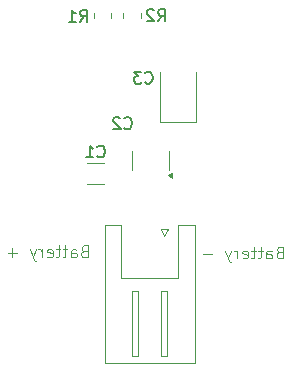
<source format=gbr>
%TF.GenerationSoftware,KiCad,Pcbnew,8.0.5*%
%TF.CreationDate,2024-10-16T14:13:12+03:00*%
%TF.ProjectId,H2Car_BatteryLevelndicator,48324361-725f-4426-9174-746572794c65,rev?*%
%TF.SameCoordinates,Original*%
%TF.FileFunction,Legend,Bot*%
%TF.FilePolarity,Positive*%
%FSLAX46Y46*%
G04 Gerber Fmt 4.6, Leading zero omitted, Abs format (unit mm)*
G04 Created by KiCad (PCBNEW 8.0.5) date 2024-10-16 14:13:12*
%MOMM*%
%LPD*%
G01*
G04 APERTURE LIST*
%ADD10C,0.100000*%
%ADD11C,0.150000*%
%ADD12C,0.120000*%
G04 APERTURE END LIST*
D10*
X82362782Y-91348609D02*
X82219925Y-91396228D01*
X82219925Y-91396228D02*
X82172306Y-91443847D01*
X82172306Y-91443847D02*
X82124687Y-91539085D01*
X82124687Y-91539085D02*
X82124687Y-91681942D01*
X82124687Y-91681942D02*
X82172306Y-91777180D01*
X82172306Y-91777180D02*
X82219925Y-91824800D01*
X82219925Y-91824800D02*
X82315163Y-91872419D01*
X82315163Y-91872419D02*
X82696115Y-91872419D01*
X82696115Y-91872419D02*
X82696115Y-90872419D01*
X82696115Y-90872419D02*
X82362782Y-90872419D01*
X82362782Y-90872419D02*
X82267544Y-90920038D01*
X82267544Y-90920038D02*
X82219925Y-90967657D01*
X82219925Y-90967657D02*
X82172306Y-91062895D01*
X82172306Y-91062895D02*
X82172306Y-91158133D01*
X82172306Y-91158133D02*
X82219925Y-91253371D01*
X82219925Y-91253371D02*
X82267544Y-91300990D01*
X82267544Y-91300990D02*
X82362782Y-91348609D01*
X82362782Y-91348609D02*
X82696115Y-91348609D01*
X81267544Y-91872419D02*
X81267544Y-91348609D01*
X81267544Y-91348609D02*
X81315163Y-91253371D01*
X81315163Y-91253371D02*
X81410401Y-91205752D01*
X81410401Y-91205752D02*
X81600877Y-91205752D01*
X81600877Y-91205752D02*
X81696115Y-91253371D01*
X81267544Y-91824800D02*
X81362782Y-91872419D01*
X81362782Y-91872419D02*
X81600877Y-91872419D01*
X81600877Y-91872419D02*
X81696115Y-91824800D01*
X81696115Y-91824800D02*
X81743734Y-91729561D01*
X81743734Y-91729561D02*
X81743734Y-91634323D01*
X81743734Y-91634323D02*
X81696115Y-91539085D01*
X81696115Y-91539085D02*
X81600877Y-91491466D01*
X81600877Y-91491466D02*
X81362782Y-91491466D01*
X81362782Y-91491466D02*
X81267544Y-91443847D01*
X80934210Y-91205752D02*
X80553258Y-91205752D01*
X80791353Y-90872419D02*
X80791353Y-91729561D01*
X80791353Y-91729561D02*
X80743734Y-91824800D01*
X80743734Y-91824800D02*
X80648496Y-91872419D01*
X80648496Y-91872419D02*
X80553258Y-91872419D01*
X80362781Y-91205752D02*
X79981829Y-91205752D01*
X80219924Y-90872419D02*
X80219924Y-91729561D01*
X80219924Y-91729561D02*
X80172305Y-91824800D01*
X80172305Y-91824800D02*
X80077067Y-91872419D01*
X80077067Y-91872419D02*
X79981829Y-91872419D01*
X79267543Y-91824800D02*
X79362781Y-91872419D01*
X79362781Y-91872419D02*
X79553257Y-91872419D01*
X79553257Y-91872419D02*
X79648495Y-91824800D01*
X79648495Y-91824800D02*
X79696114Y-91729561D01*
X79696114Y-91729561D02*
X79696114Y-91348609D01*
X79696114Y-91348609D02*
X79648495Y-91253371D01*
X79648495Y-91253371D02*
X79553257Y-91205752D01*
X79553257Y-91205752D02*
X79362781Y-91205752D01*
X79362781Y-91205752D02*
X79267543Y-91253371D01*
X79267543Y-91253371D02*
X79219924Y-91348609D01*
X79219924Y-91348609D02*
X79219924Y-91443847D01*
X79219924Y-91443847D02*
X79696114Y-91539085D01*
X78791352Y-91872419D02*
X78791352Y-91205752D01*
X78791352Y-91396228D02*
X78743733Y-91300990D01*
X78743733Y-91300990D02*
X78696114Y-91253371D01*
X78696114Y-91253371D02*
X78600876Y-91205752D01*
X78600876Y-91205752D02*
X78505638Y-91205752D01*
X78267542Y-91205752D02*
X78029447Y-91872419D01*
X77791352Y-91205752D02*
X78029447Y-91872419D01*
X78029447Y-91872419D02*
X78124685Y-92110514D01*
X78124685Y-92110514D02*
X78172304Y-92158133D01*
X78172304Y-92158133D02*
X78267542Y-92205752D01*
X76648494Y-91491466D02*
X75886590Y-91491466D01*
X76267542Y-91872419D02*
X76267542Y-91110514D01*
X98905382Y-91449009D02*
X98762525Y-91496628D01*
X98762525Y-91496628D02*
X98714906Y-91544247D01*
X98714906Y-91544247D02*
X98667287Y-91639485D01*
X98667287Y-91639485D02*
X98667287Y-91782342D01*
X98667287Y-91782342D02*
X98714906Y-91877580D01*
X98714906Y-91877580D02*
X98762525Y-91925200D01*
X98762525Y-91925200D02*
X98857763Y-91972819D01*
X98857763Y-91972819D02*
X99238715Y-91972819D01*
X99238715Y-91972819D02*
X99238715Y-90972819D01*
X99238715Y-90972819D02*
X98905382Y-90972819D01*
X98905382Y-90972819D02*
X98810144Y-91020438D01*
X98810144Y-91020438D02*
X98762525Y-91068057D01*
X98762525Y-91068057D02*
X98714906Y-91163295D01*
X98714906Y-91163295D02*
X98714906Y-91258533D01*
X98714906Y-91258533D02*
X98762525Y-91353771D01*
X98762525Y-91353771D02*
X98810144Y-91401390D01*
X98810144Y-91401390D02*
X98905382Y-91449009D01*
X98905382Y-91449009D02*
X99238715Y-91449009D01*
X97810144Y-91972819D02*
X97810144Y-91449009D01*
X97810144Y-91449009D02*
X97857763Y-91353771D01*
X97857763Y-91353771D02*
X97953001Y-91306152D01*
X97953001Y-91306152D02*
X98143477Y-91306152D01*
X98143477Y-91306152D02*
X98238715Y-91353771D01*
X97810144Y-91925200D02*
X97905382Y-91972819D01*
X97905382Y-91972819D02*
X98143477Y-91972819D01*
X98143477Y-91972819D02*
X98238715Y-91925200D01*
X98238715Y-91925200D02*
X98286334Y-91829961D01*
X98286334Y-91829961D02*
X98286334Y-91734723D01*
X98286334Y-91734723D02*
X98238715Y-91639485D01*
X98238715Y-91639485D02*
X98143477Y-91591866D01*
X98143477Y-91591866D02*
X97905382Y-91591866D01*
X97905382Y-91591866D02*
X97810144Y-91544247D01*
X97476810Y-91306152D02*
X97095858Y-91306152D01*
X97333953Y-90972819D02*
X97333953Y-91829961D01*
X97333953Y-91829961D02*
X97286334Y-91925200D01*
X97286334Y-91925200D02*
X97191096Y-91972819D01*
X97191096Y-91972819D02*
X97095858Y-91972819D01*
X96905381Y-91306152D02*
X96524429Y-91306152D01*
X96762524Y-90972819D02*
X96762524Y-91829961D01*
X96762524Y-91829961D02*
X96714905Y-91925200D01*
X96714905Y-91925200D02*
X96619667Y-91972819D01*
X96619667Y-91972819D02*
X96524429Y-91972819D01*
X95810143Y-91925200D02*
X95905381Y-91972819D01*
X95905381Y-91972819D02*
X96095857Y-91972819D01*
X96095857Y-91972819D02*
X96191095Y-91925200D01*
X96191095Y-91925200D02*
X96238714Y-91829961D01*
X96238714Y-91829961D02*
X96238714Y-91449009D01*
X96238714Y-91449009D02*
X96191095Y-91353771D01*
X96191095Y-91353771D02*
X96095857Y-91306152D01*
X96095857Y-91306152D02*
X95905381Y-91306152D01*
X95905381Y-91306152D02*
X95810143Y-91353771D01*
X95810143Y-91353771D02*
X95762524Y-91449009D01*
X95762524Y-91449009D02*
X95762524Y-91544247D01*
X95762524Y-91544247D02*
X96238714Y-91639485D01*
X95333952Y-91972819D02*
X95333952Y-91306152D01*
X95333952Y-91496628D02*
X95286333Y-91401390D01*
X95286333Y-91401390D02*
X95238714Y-91353771D01*
X95238714Y-91353771D02*
X95143476Y-91306152D01*
X95143476Y-91306152D02*
X95048238Y-91306152D01*
X94810142Y-91306152D02*
X94572047Y-91972819D01*
X94333952Y-91306152D02*
X94572047Y-91972819D01*
X94572047Y-91972819D02*
X94667285Y-92210914D01*
X94667285Y-92210914D02*
X94714904Y-92258533D01*
X94714904Y-92258533D02*
X94810142Y-92306152D01*
X93191094Y-91591866D02*
X92429190Y-91591866D01*
D11*
X83504066Y-83315980D02*
X83551685Y-83363600D01*
X83551685Y-83363600D02*
X83694542Y-83411219D01*
X83694542Y-83411219D02*
X83789780Y-83411219D01*
X83789780Y-83411219D02*
X83932637Y-83363600D01*
X83932637Y-83363600D02*
X84027875Y-83268361D01*
X84027875Y-83268361D02*
X84075494Y-83173123D01*
X84075494Y-83173123D02*
X84123113Y-82982647D01*
X84123113Y-82982647D02*
X84123113Y-82839790D01*
X84123113Y-82839790D02*
X84075494Y-82649314D01*
X84075494Y-82649314D02*
X84027875Y-82554076D01*
X84027875Y-82554076D02*
X83932637Y-82458838D01*
X83932637Y-82458838D02*
X83789780Y-82411219D01*
X83789780Y-82411219D02*
X83694542Y-82411219D01*
X83694542Y-82411219D02*
X83551685Y-82458838D01*
X83551685Y-82458838D02*
X83504066Y-82506457D01*
X82551685Y-83411219D02*
X83123113Y-83411219D01*
X82837399Y-83411219D02*
X82837399Y-82411219D01*
X82837399Y-82411219D02*
X82932637Y-82554076D01*
X82932637Y-82554076D02*
X83027875Y-82649314D01*
X83027875Y-82649314D02*
X83123113Y-82696933D01*
X87542666Y-77067580D02*
X87590285Y-77115200D01*
X87590285Y-77115200D02*
X87733142Y-77162819D01*
X87733142Y-77162819D02*
X87828380Y-77162819D01*
X87828380Y-77162819D02*
X87971237Y-77115200D01*
X87971237Y-77115200D02*
X88066475Y-77019961D01*
X88066475Y-77019961D02*
X88114094Y-76924723D01*
X88114094Y-76924723D02*
X88161713Y-76734247D01*
X88161713Y-76734247D02*
X88161713Y-76591390D01*
X88161713Y-76591390D02*
X88114094Y-76400914D01*
X88114094Y-76400914D02*
X88066475Y-76305676D01*
X88066475Y-76305676D02*
X87971237Y-76210438D01*
X87971237Y-76210438D02*
X87828380Y-76162819D01*
X87828380Y-76162819D02*
X87733142Y-76162819D01*
X87733142Y-76162819D02*
X87590285Y-76210438D01*
X87590285Y-76210438D02*
X87542666Y-76258057D01*
X87209332Y-76162819D02*
X86590285Y-76162819D01*
X86590285Y-76162819D02*
X86923618Y-76543771D01*
X86923618Y-76543771D02*
X86780761Y-76543771D01*
X86780761Y-76543771D02*
X86685523Y-76591390D01*
X86685523Y-76591390D02*
X86637904Y-76639009D01*
X86637904Y-76639009D02*
X86590285Y-76734247D01*
X86590285Y-76734247D02*
X86590285Y-76972342D01*
X86590285Y-76972342D02*
X86637904Y-77067580D01*
X86637904Y-77067580D02*
X86685523Y-77115200D01*
X86685523Y-77115200D02*
X86780761Y-77162819D01*
X86780761Y-77162819D02*
X87066475Y-77162819D01*
X87066475Y-77162819D02*
X87161713Y-77115200D01*
X87161713Y-77115200D02*
X87209332Y-77067580D01*
X82030866Y-71930419D02*
X82364199Y-71454228D01*
X82602294Y-71930419D02*
X82602294Y-70930419D01*
X82602294Y-70930419D02*
X82221342Y-70930419D01*
X82221342Y-70930419D02*
X82126104Y-70978038D01*
X82126104Y-70978038D02*
X82078485Y-71025657D01*
X82078485Y-71025657D02*
X82030866Y-71120895D01*
X82030866Y-71120895D02*
X82030866Y-71263752D01*
X82030866Y-71263752D02*
X82078485Y-71358990D01*
X82078485Y-71358990D02*
X82126104Y-71406609D01*
X82126104Y-71406609D02*
X82221342Y-71454228D01*
X82221342Y-71454228D02*
X82602294Y-71454228D01*
X81078485Y-71930419D02*
X81649913Y-71930419D01*
X81364199Y-71930419D02*
X81364199Y-70930419D01*
X81364199Y-70930419D02*
X81459437Y-71073276D01*
X81459437Y-71073276D02*
X81554675Y-71168514D01*
X81554675Y-71168514D02*
X81649913Y-71216133D01*
X85790066Y-80928380D02*
X85837685Y-80976000D01*
X85837685Y-80976000D02*
X85980542Y-81023619D01*
X85980542Y-81023619D02*
X86075780Y-81023619D01*
X86075780Y-81023619D02*
X86218637Y-80976000D01*
X86218637Y-80976000D02*
X86313875Y-80880761D01*
X86313875Y-80880761D02*
X86361494Y-80785523D01*
X86361494Y-80785523D02*
X86409113Y-80595047D01*
X86409113Y-80595047D02*
X86409113Y-80452190D01*
X86409113Y-80452190D02*
X86361494Y-80261714D01*
X86361494Y-80261714D02*
X86313875Y-80166476D01*
X86313875Y-80166476D02*
X86218637Y-80071238D01*
X86218637Y-80071238D02*
X86075780Y-80023619D01*
X86075780Y-80023619D02*
X85980542Y-80023619D01*
X85980542Y-80023619D02*
X85837685Y-80071238D01*
X85837685Y-80071238D02*
X85790066Y-80118857D01*
X85409113Y-80118857D02*
X85361494Y-80071238D01*
X85361494Y-80071238D02*
X85266256Y-80023619D01*
X85266256Y-80023619D02*
X85028161Y-80023619D01*
X85028161Y-80023619D02*
X84932923Y-80071238D01*
X84932923Y-80071238D02*
X84885304Y-80118857D01*
X84885304Y-80118857D02*
X84837685Y-80214095D01*
X84837685Y-80214095D02*
X84837685Y-80309333D01*
X84837685Y-80309333D02*
X84885304Y-80452190D01*
X84885304Y-80452190D02*
X85456732Y-81023619D01*
X85456732Y-81023619D02*
X84837685Y-81023619D01*
X88626992Y-71881519D02*
X88960325Y-71405328D01*
X89198420Y-71881519D02*
X89198420Y-70881519D01*
X89198420Y-70881519D02*
X88817468Y-70881519D01*
X88817468Y-70881519D02*
X88722230Y-70929138D01*
X88722230Y-70929138D02*
X88674611Y-70976757D01*
X88674611Y-70976757D02*
X88626992Y-71071995D01*
X88626992Y-71071995D02*
X88626992Y-71214852D01*
X88626992Y-71214852D02*
X88674611Y-71310090D01*
X88674611Y-71310090D02*
X88722230Y-71357709D01*
X88722230Y-71357709D02*
X88817468Y-71405328D01*
X88817468Y-71405328D02*
X89198420Y-71405328D01*
X88246039Y-70976757D02*
X88198420Y-70929138D01*
X88198420Y-70929138D02*
X88103182Y-70881519D01*
X88103182Y-70881519D02*
X87865087Y-70881519D01*
X87865087Y-70881519D02*
X87769849Y-70929138D01*
X87769849Y-70929138D02*
X87722230Y-70976757D01*
X87722230Y-70976757D02*
X87674611Y-71071995D01*
X87674611Y-71071995D02*
X87674611Y-71167233D01*
X87674611Y-71167233D02*
X87722230Y-71310090D01*
X87722230Y-71310090D02*
X88293658Y-71881519D01*
X88293658Y-71881519D02*
X87674611Y-71881519D01*
D12*
%TO.C,C1*%
X82653348Y-83849800D02*
X84075852Y-83849800D01*
X82653348Y-85669800D02*
X84075852Y-85669800D01*
%TO.C,U3*%
X86400200Y-82847700D02*
X86400200Y-83647700D01*
X86400200Y-84447700D02*
X86400200Y-83647700D01*
X89520200Y-82847700D02*
X89520200Y-83647700D01*
X89520200Y-84447700D02*
X89520200Y-83647700D01*
X89800200Y-85187700D02*
X89470200Y-84947700D01*
X89800200Y-84707700D01*
X89800200Y-85187700D01*
G36*
X89800200Y-85187700D02*
G01*
X89470200Y-84947700D01*
X89800200Y-84707700D01*
X89800200Y-85187700D01*
G37*
%TO.C,C3*%
X88787000Y-76189100D02*
X88787000Y-80399100D01*
X88787000Y-80399100D02*
X91807000Y-80399100D01*
X91807000Y-80399100D02*
X91807000Y-76189100D01*
%TO.C,R1*%
X83175800Y-71199636D02*
X83175800Y-71653764D01*
X84645800Y-71199636D02*
X84645800Y-71653764D01*
%TO.C,J2*%
X84099400Y-89136000D02*
X84099400Y-100856000D01*
X84099400Y-100856000D02*
X87909400Y-100856000D01*
X85519400Y-89136000D02*
X84099400Y-89136000D01*
X85519400Y-93636000D02*
X85519400Y-89136000D01*
X86409400Y-94746000D02*
X86409400Y-100246000D01*
X86409400Y-100246000D02*
X86909400Y-100246000D01*
X86909400Y-94746000D02*
X86409400Y-94746000D01*
X86909400Y-100246000D02*
X86909400Y-94746000D01*
X87909400Y-93636000D02*
X85519400Y-93636000D01*
X87909400Y-93636000D02*
X90299400Y-93636000D01*
X88859400Y-89446000D02*
X89459400Y-89446000D01*
X88909400Y-94746000D02*
X88909400Y-100246000D01*
X88909400Y-100246000D02*
X89409400Y-100246000D01*
X89159400Y-90046000D02*
X88859400Y-89446000D01*
X89409400Y-94746000D02*
X88909400Y-94746000D01*
X89409400Y-100246000D02*
X89409400Y-94746000D01*
X89459400Y-89446000D02*
X89159400Y-90046000D01*
X90299400Y-89136000D02*
X91719400Y-89136000D01*
X90299400Y-93636000D02*
X90299400Y-89136000D01*
X91719400Y-89136000D02*
X91719400Y-100856000D01*
X91719400Y-100856000D02*
X87909400Y-100856000D01*
%TO.C,R2*%
X85675800Y-71653764D02*
X85675800Y-71199636D01*
X87145800Y-71653764D02*
X87145800Y-71199636D01*
%TD*%
M02*

</source>
